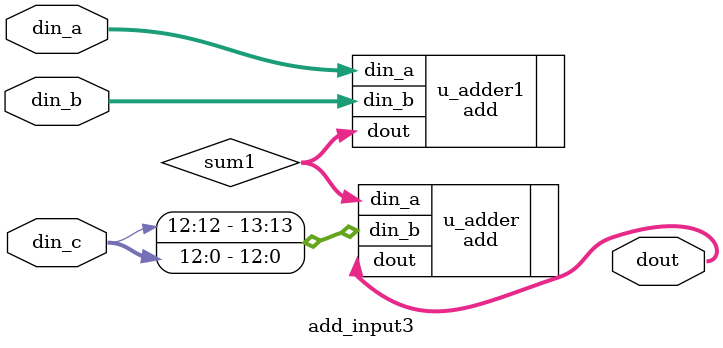
<source format=v>
`timescale 1ns/100ps
module add_input3
#(
    parameter SIGN_BIT=1,
    parameter INT_BIT=6,
    parameter FLT_BIT=6
)
(
    din_a,
    din_b,
    din_c,
    dout
);

localparam DW = SIGN_BIT+INT_BIT+FLT_BIT;

input [DW-1:0] din_a;
input [DW-1:0] din_b;
input [DW-1:0] din_c;
//input [DW-1:0] din_d;

output [DW+1:0] dout;

wire [DW:0] sum1;
//wire [DW:0] sum2;

add #(
    .SIGN_BIT(SIGN_BIT),
    .INT_BIT(INT_BIT),
    .FLT_BIT(FLT_BIT)
) u_adder1
(
    .din_a(din_a),
    .din_b(din_b),
    .dout(sum1)
);


add #(
    .SIGN_BIT(SIGN_BIT),
    .INT_BIT(INT_BIT+1),
    .FLT_BIT(FLT_BIT)
) u_adder
(
    .din_a(sum1),
    .din_b({din_c[DW-1],din_c[DW-1],din_c[DW-2:0]}),
    .dout(dout)
);

endmodule
</source>
